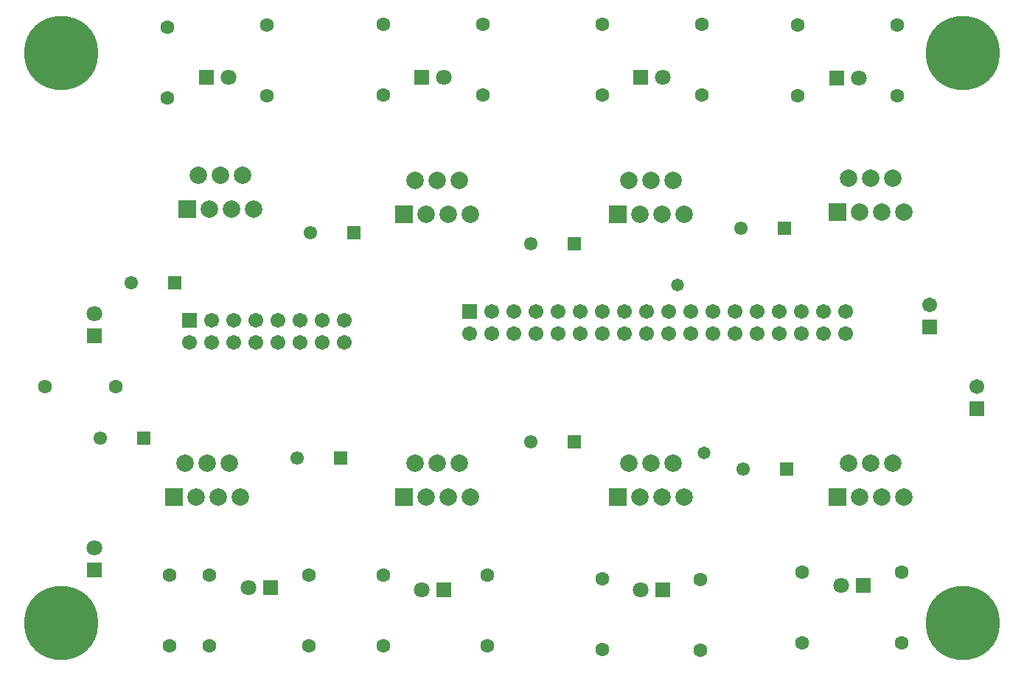
<source format=gbs>
G04 Layer_Color=16711935*
%FSLAX25Y25*%
%MOIN*%
G70*
G01*
G75*
%ADD37R,0.07887X0.07887*%
%ADD38C,0.07887*%
%ADD39C,0.06312*%
%ADD40C,0.33477*%
%ADD41R,0.06706X0.06706*%
%ADD42C,0.06706*%
%ADD43R,0.06706X0.06706*%
%ADD44R,0.07099X0.07099*%
%ADD45C,0.07099*%
%ADD46R,0.07099X0.07099*%
%ADD47C,0.06115*%
%ADD48R,0.06115X0.06115*%
%ADD49C,0.05800*%
D37*
X371500Y206929D02*
D03*
Y77929D02*
D03*
X175500Y205929D02*
D03*
Y77929D02*
D03*
X71500D02*
D03*
X77500Y208362D02*
D03*
X272000Y205929D02*
D03*
Y77929D02*
D03*
D38*
X376500Y222284D02*
D03*
X381500Y206929D02*
D03*
X386500Y222284D02*
D03*
X391500Y206929D02*
D03*
X396500Y222284D02*
D03*
X401500Y206929D02*
D03*
X376500Y93283D02*
D03*
X381500Y77929D02*
D03*
X386500Y93283D02*
D03*
X391500Y77929D02*
D03*
X396500Y93283D02*
D03*
X401500Y77929D02*
D03*
X180500Y221284D02*
D03*
X185500Y205929D02*
D03*
X190500Y221284D02*
D03*
X195500Y205929D02*
D03*
X200500Y221284D02*
D03*
X205500Y205929D02*
D03*
X180500Y93283D02*
D03*
X185500Y77929D02*
D03*
X190500Y93283D02*
D03*
X195500Y77929D02*
D03*
X200500Y93283D02*
D03*
X205500Y77929D02*
D03*
X76500Y93283D02*
D03*
X81500Y77929D02*
D03*
X86500Y93283D02*
D03*
X91500Y77929D02*
D03*
X96500Y93283D02*
D03*
X101500Y77929D02*
D03*
X82500Y223716D02*
D03*
X87500Y208362D02*
D03*
X92500Y223716D02*
D03*
X97500Y208362D02*
D03*
X102500Y223716D02*
D03*
X107500Y208362D02*
D03*
X277000Y221284D02*
D03*
X282000Y205929D02*
D03*
X287000Y221284D02*
D03*
X292000Y205929D02*
D03*
X297000Y221284D02*
D03*
X302000Y205929D02*
D03*
X277000Y93283D02*
D03*
X282000Y77929D02*
D03*
X287000Y93283D02*
D03*
X292000Y77929D02*
D03*
X297000Y93283D02*
D03*
X302000Y77929D02*
D03*
D39*
X45000Y128000D02*
D03*
X13000D02*
D03*
X87500Y42500D02*
D03*
Y10500D02*
D03*
X355500Y44000D02*
D03*
Y12000D02*
D03*
X265000Y41000D02*
D03*
Y9000D02*
D03*
X398500Y259500D02*
D03*
Y291500D02*
D03*
X166000Y42500D02*
D03*
Y10500D02*
D03*
X310000Y260000D02*
D03*
Y292000D02*
D03*
X211000Y260000D02*
D03*
Y292000D02*
D03*
X113500Y259500D02*
D03*
Y291500D02*
D03*
X265000Y260000D02*
D03*
Y292000D02*
D03*
X213000Y42500D02*
D03*
Y10500D02*
D03*
X400500Y44000D02*
D03*
Y12000D02*
D03*
X132500Y42500D02*
D03*
Y10500D02*
D03*
X309500Y40500D02*
D03*
Y8500D02*
D03*
X166000Y260000D02*
D03*
Y292000D02*
D03*
X353500Y259500D02*
D03*
Y291500D02*
D03*
X68500Y258500D02*
D03*
Y290500D02*
D03*
X69500Y42500D02*
D03*
Y10500D02*
D03*
D40*
X428000Y21000D02*
D03*
X20500D02*
D03*
X428000Y279000D02*
D03*
X20500D02*
D03*
D41*
X78500Y158000D02*
D03*
X205000Y162000D02*
D03*
D42*
X78500Y148000D02*
D03*
X88500Y158000D02*
D03*
Y148000D02*
D03*
X98500Y158000D02*
D03*
Y148000D02*
D03*
X108500Y158000D02*
D03*
Y148000D02*
D03*
X118500Y158000D02*
D03*
Y148000D02*
D03*
X128500Y158000D02*
D03*
Y148000D02*
D03*
X138500Y158000D02*
D03*
Y148000D02*
D03*
X148500Y158000D02*
D03*
Y148000D02*
D03*
X375000Y152000D02*
D03*
Y162000D02*
D03*
X365000Y152000D02*
D03*
Y162000D02*
D03*
X355000Y152000D02*
D03*
Y162000D02*
D03*
X345000Y152000D02*
D03*
Y162000D02*
D03*
X335000Y152000D02*
D03*
Y162000D02*
D03*
X325000Y152000D02*
D03*
Y162000D02*
D03*
X315000Y152000D02*
D03*
Y162000D02*
D03*
X305000Y152000D02*
D03*
Y162000D02*
D03*
X295000Y152000D02*
D03*
Y162000D02*
D03*
X285000Y152000D02*
D03*
Y162000D02*
D03*
X275000Y152000D02*
D03*
Y162000D02*
D03*
X265000Y152000D02*
D03*
Y162000D02*
D03*
X255000Y152000D02*
D03*
Y162000D02*
D03*
X245000Y152000D02*
D03*
Y162000D02*
D03*
X235000Y152000D02*
D03*
Y162000D02*
D03*
X225000Y152000D02*
D03*
Y162000D02*
D03*
X215000Y152000D02*
D03*
Y162000D02*
D03*
X205000Y152000D02*
D03*
X413000Y165000D02*
D03*
X434500Y128000D02*
D03*
D43*
X413000Y155000D02*
D03*
X434500Y118000D02*
D03*
D44*
X35500Y151000D02*
D03*
Y45000D02*
D03*
D45*
Y161000D02*
D03*
X373000Y38000D02*
D03*
X105000Y37049D02*
D03*
X381000Y267561D02*
D03*
X292500Y268061D02*
D03*
X193500D02*
D03*
X282500Y36000D02*
D03*
X96000Y268061D02*
D03*
X183500Y36000D02*
D03*
X35500Y55000D02*
D03*
D46*
X383000Y38000D02*
D03*
X115000Y37049D02*
D03*
X371000Y267561D02*
D03*
X282500Y268061D02*
D03*
X183500D02*
D03*
X292500Y36000D02*
D03*
X86000Y268061D02*
D03*
X193500Y36000D02*
D03*
D47*
X328658Y90500D02*
D03*
X327658Y199500D02*
D03*
X232658Y103000D02*
D03*
Y192500D02*
D03*
X133158Y197500D02*
D03*
X127157Y95500D02*
D03*
X52157Y175000D02*
D03*
X38157Y104500D02*
D03*
D48*
X348342Y90500D02*
D03*
X347342Y199500D02*
D03*
X252343Y103000D02*
D03*
Y192500D02*
D03*
X152842Y197500D02*
D03*
X146843Y95500D02*
D03*
X71842Y175000D02*
D03*
X57842Y104500D02*
D03*
D49*
X311000Y98000D02*
D03*
X299000Y174000D02*
D03*
M02*

</source>
